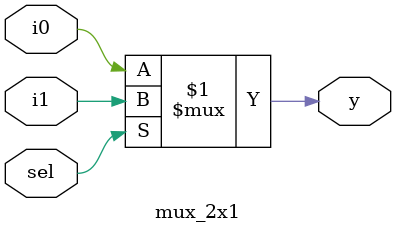
<source format=v>
module mux_2x1(input i0,i1,sel,output y);

assign y=sel?i1:i0;

endmodule

</source>
